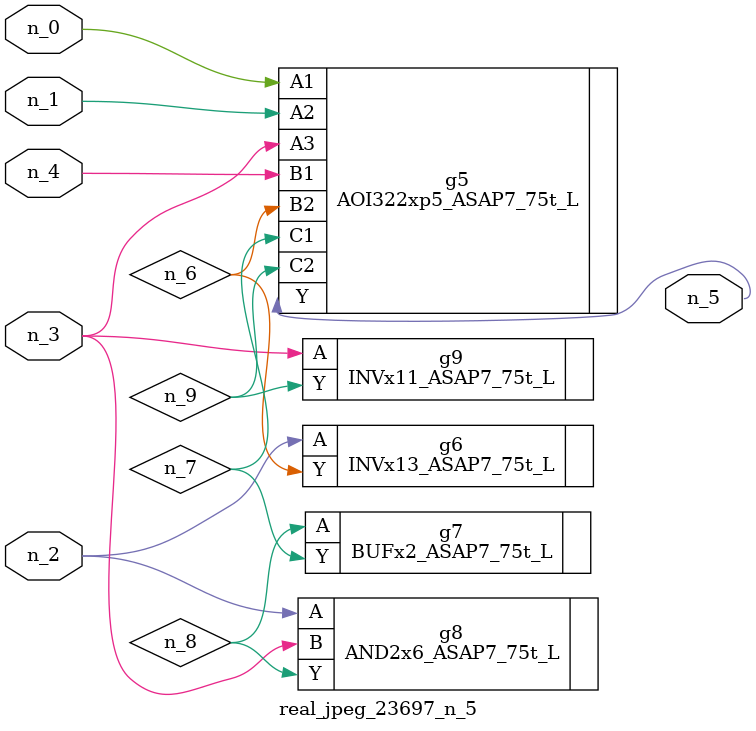
<source format=v>
module real_jpeg_23697_n_5 (n_4, n_0, n_1, n_2, n_3, n_5);

input n_4;
input n_0;
input n_1;
input n_2;
input n_3;

output n_5;

wire n_8;
wire n_6;
wire n_7;
wire n_9;

AOI322xp5_ASAP7_75t_L g5 ( 
.A1(n_0),
.A2(n_1),
.A3(n_3),
.B1(n_4),
.B2(n_6),
.C1(n_7),
.C2(n_9),
.Y(n_5)
);

INVx13_ASAP7_75t_L g6 ( 
.A(n_2),
.Y(n_6)
);

AND2x6_ASAP7_75t_L g8 ( 
.A(n_2),
.B(n_3),
.Y(n_8)
);

INVx11_ASAP7_75t_L g9 ( 
.A(n_3),
.Y(n_9)
);

BUFx2_ASAP7_75t_L g7 ( 
.A(n_8),
.Y(n_7)
);


endmodule
</source>
